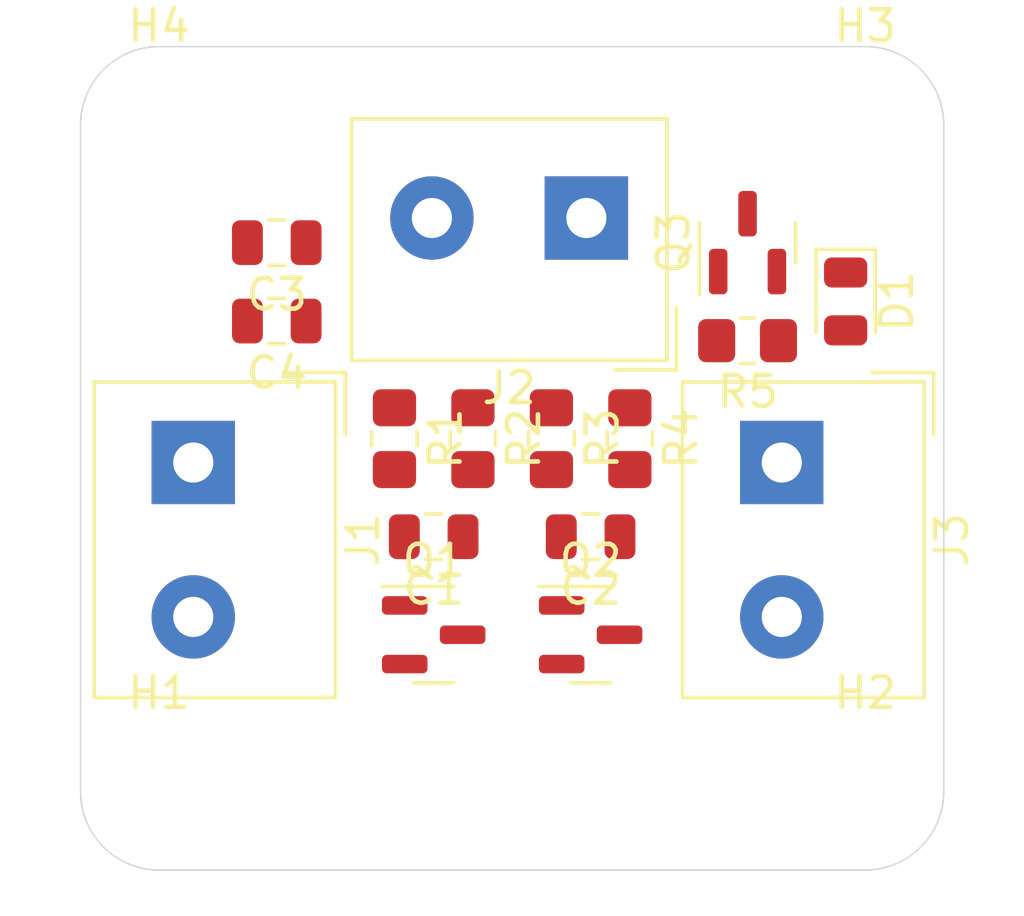
<source format=kicad_pcb>
(kicad_pcb (version 20211014) (generator pcbnew)
  (layers (0 "F.Cu" signal) (31 "B.Cu" signal) (34 "B.Paste" user) (35 "F.Paste" user) (36 "B.SilkS" user "B.Silkscreen") (37 "F.SilkS" user "F.Silkscreen") (38 "B.Mask" user) (39 "F.Mask" user) (44 "Edge.Cuts" user))
  (net 0 "")
  (net 1 "Net-(C1-Pad1)")
  (net 2 "/out1")
  (net 3 "Net-(C2-Pad2)")
  (net 4 "GND")
  (net 5 "/out2")
  (net 6 "Net-(C3-Pad1)")
  (net 7 "Net-(D1-Pad1)")
  (net 8 "Net-(D1-Pad2)")
  (footprint "MAS_Package_nostd:KLS2-301-5.00-02P-2S" (layer "F.Cu") (at 110.3275 100.4675 -90)
    (fp_text reference "J1" (at 2.5 -5.5 90) (layer "F.SilkS"))
    (fp_text value "KLS2-301-5.00-02P-2S")
    (fp_line (start 7.61 -4.61) (end 7.61 3.21) (layer "F.SilkS") (width 0.12))
    (fp_line (start -2.61 -4.61) (end 7.61 -4.61) (layer "F.SilkS") (width 0.12))
    (fp_line (start 7.61 3.21) (end -2.61 3.21) (layer "F.SilkS") (width 0.12))
    (fp_line (start -2.61 -4.61) (end -2.61 3.21) (layer "F.SilkS") (width 0.12))
    (fp_line (start -2.92 -4.92) (end -2.92 -2.92) (layer "F.SilkS") (width 0.12))
    (fp_line (start -2.92 -4.92) (end -0.92 -4.92) (layer "F.SilkS") (width 0.12))
    (pad "1" thru_hole rect locked (at 0 0 270) (size 2.7 2.7) (drill 1.3) (layers *.Cu *.Mask) (net 2 "/out1"))
    (pad "2" thru_hole circle locked (at 5 0 270) (size 2.7 2.7) (drill 1.3) (layers *.Cu *.Mask) (net 4 "GND"))
  )
  (footprint "Package_TO_SOT_SMD:SOT-23" (layer "F.Cu") (at 123.19 106.045)
    (fp_text reference "Q2" (at 0 -2.4) (layer "F.SilkS"))
    (fp_text value "BC817")
    (fp_line (start 0 1.56) (end 0.65 1.56) (layer "F.SilkS") (width 0.12))
    (fp_line (start 0 -1.56) (end -1.675 -1.56) (layer "F.SilkS") (width 0.12))
    (fp_line (start 0 1.56) (end -0.65 1.56) (layer "F.SilkS") (width 0.12))
    (fp_line (start 0 -1.56) (end 0.65 -1.56) (layer "F.SilkS") (width 0.12))
    (pad "1" smd roundrect (at -0.9375 -0.95) (size 1.475 0.6) (layers "F.Cu" "F.Paste" "F.Mask") (net 1 "Net-(C1-Pad1)"))
    (pad "2" smd roundrect (at -0.9375 0.95) (size 1.475 0.6) (layers "F.Cu" "F.Paste" "F.Mask") (net 4 "GND"))
    (pad "3" smd roundrect (at 0.9375 0) (size 1.475 0.6) (layers "F.Cu" "F.Paste" "F.Mask") (net 5 "/out2"))
  )
  (footprint "MountingHole:MountingHole_2.1mm" (layer "F.Cu") (at 109.22 89.535)
    (fp_text reference "H4" (at 0 -3.2) (layer "F.SilkS"))
    (fp_text value "MountingHole")
    (pad "" np_thru_hole circle (at 0 0) (size 2.1 2.1) (drill 2.1) (layers *.Cu *.Mask))
  )
  (footprint "Package_TO_SOT_SMD:SOT-23" (layer "F.Cu") (at 128.27 93.345 90)
    (fp_text reference "Q3" (at 0 -2.4 90) (layer "F.SilkS"))
    (fp_text value "2N7002")
    (fp_line (start 0 1.56) (end -0.65 1.56) (layer "F.SilkS") (width 0.12))
    (fp_line (start 0 -1.56) (end -1.675 -1.56) (layer "F.SilkS") (width 0.12))
    (fp_line (start 0 1.56) (end 0.65 1.56) (layer "F.SilkS") (width 0.12))
    (fp_line (start 0 -1.56) (end 0.65 -1.56) (layer "F.SilkS") (width 0.12))
    (pad "1" smd roundrect (at -0.9375 -0.95 90) (size 1.475 0.6) (layers "F.Cu" "F.Paste" "F.Mask") (net 5 "/out2"))
    (pad "2" smd roundrect (at -0.9375 0.95 90) (size 1.475 0.6) (layers "F.Cu" "F.Paste" "F.Mask") (net 4 "GND"))
    (pad "3" smd roundrect (at 0.9375 0 90) (size 1.475 0.6) (layers "F.Cu" "F.Paste" "F.Mask") (net 7 "Net-(D1-Pad1)"))
  )
  (footprint "Capacitor_SMD:C_0805_2012Metric" (layer "F.Cu") (at 113.03 95.885 180)
    (fp_text reference "C4" (at 0 -1.68) (layer "F.SilkS"))
    (fp_text value "100n")
    (fp_line (start -0.261252 0.735) (end 0.261252 0.735) (layer "F.SilkS") (width 0.12))
    (fp_line (start -0.261252 -0.735) (end 0.261252 -0.735) (layer "F.SilkS") (width 0.12))
    (pad "1" smd roundrect (at -0.95 0 180) (size 1 1.45) (layers "F.Cu" "F.Paste" "F.Mask") (net 6 "Net-(C3-Pad1)"))
    (pad "2" smd roundrect (at 0.95 0 180) (size 1 1.45) (layers "F.Cu" "F.Paste" "F.Mask") (net 4 "GND"))
  )
  (footprint "Capacitor_SMD:C_0805_2012Metric" (layer "F.Cu") (at 113.03 93.345 180)
    (fp_text reference "C3" (at 0 -1.68) (layer "F.SilkS"))
    (fp_text value "100n")
    (fp_line (start -0.261252 0.735) (end 0.261252 0.735) (layer "F.SilkS") (width 0.12))
    (fp_line (start -0.261252 -0.735) (end 0.261252 -0.735) (layer "F.SilkS") (width 0.12))
    (pad "1" smd roundrect (at -0.95 0 180) (size 1 1.45) (layers "F.Cu" "F.Paste" "F.Mask") (net 6 "Net-(C3-Pad1)"))
    (pad "2" smd roundrect (at 0.95 0 180) (size 1 1.45) (layers "F.Cu" "F.Paste" "F.Mask") (net 4 "GND"))
  )
  (footprint "Resistor_SMD:R_0805_2012Metric_Pad1.20x1.40mm_HandSolder" (layer "F.Cu") (at 119.38 99.695 -90)
    (fp_text reference "R2" (at 0 -1.65 90) (layer "F.SilkS"))
    (fp_text value "4.7k")
    (fp_line (start -0.227064 -0.735) (end 0.227064 -0.735) (layer "F.SilkS") (width 0.12))
    (fp_line (start -0.227064 0.735) (end 0.227064 0.735) (layer "F.SilkS") (width 0.12))
    (pad "1" smd roundrect (at -1 0 270) (size 1.2 1.4) (layers "F.Cu" "F.Paste" "F.Mask") (roundrect_rratio 0.208333) (net 6 "Net-(C3-Pad1)"))
    (pad "2" smd roundrect (at 1 0 270) (size 1.2 1.4) (layers "F.Cu" "F.Paste" "F.Mask") (roundrect_rratio 0.208333) (net 1 "Net-(C1-Pad1)"))
  )
  (footprint "MAS_Package_nostd:KLS2-301-5.00-02P-2S" (layer "F.Cu") (at 123.0525 92.5475 180)
    (fp_text reference "J2" (at 2.5 -5.5) (layer "F.SilkS"))
    (fp_text value "KLS2-301-5.00-02P-2S")
    (fp_line (start -2.92 -4.92) (end -2.92 -2.92) (layer "F.SilkS") (width 0.12))
    (fp_line (start -2.61 -4.61) (end 7.61 -4.61) (layer "F.SilkS") (width 0.12))
    (fp_line (start 7.61 3.21) (end -2.61 3.21) (layer "F.SilkS") (width 0.12))
    (fp_line (start 7.61 -4.61) (end 7.61 3.21) (layer "F.SilkS") (width 0.12))
    (fp_line (start -2.61 -4.61) (end -2.61 3.21) (layer "F.SilkS") (width 0.12))
    (fp_line (start -2.92 -4.92) (end -0.92 -4.92) (layer "F.SilkS") (width 0.12))
    (pad "1" thru_hole rect locked (at 0 0 180) (size 2.7 2.7) (drill 1.3) (layers *.Cu *.Mask) (net 6 "Net-(C3-Pad1)"))
    (pad "2" thru_hole circle locked (at 5 0 180) (size 2.7 2.7) (drill 1.3) (layers *.Cu *.Mask) (net 4 "GND"))
  )
  (footprint "Capacitor_SMD:C_0805_2012Metric" (layer "F.Cu") (at 123.19 102.87 180)
    (fp_text reference "C2" (at 0 -1.68) (layer "F.SilkS"))
    (fp_text value "100p")
    (fp_line (start -0.261252 -0.735) (end 0.261252 -0.735) (layer "F.SilkS") (width 0.12))
    (fp_line (start -0.261252 0.735) (end 0.261252 0.735) (layer "F.SilkS") (width 0.12))
    (pad "1" smd roundrect (at -0.95 0 180) (size 1 1.45) (layers "F.Cu" "F.Paste" "F.Mask") (net 5 "/out2"))
    (pad "2" smd roundrect (at 0.95 0 180) (size 1 1.45) (layers "F.Cu" "F.Paste" "F.Mask") (net 3 "Net-(C2-Pad2)"))
  )
  (footprint "Package_TO_SOT_SMD:SOT-23" (layer "F.Cu") (at 118.11 106.045)
    (fp_text reference "Q1" (at 0 -2.4) (layer "F.SilkS"))
    (fp_text value "BC817")
    (fp_line (start 0 1.56) (end -0.65 1.56) (layer "F.SilkS") (width 0.12))
    (fp_line (start 0 -1.56) (end 0.65 -1.56) (layer "F.SilkS") (width 0.12))
    (fp_line (start 0 1.56) (end 0.65 1.56) (layer "F.SilkS") (width 0.12))
    (fp_line (start 0 -1.56) (end -1.675 -1.56) (layer "F.SilkS") (width 0.12))
    (pad "1" smd roundrect (at -0.9375 -0.95) (size 1.475 0.6) (layers "F.Cu" "F.Paste" "F.Mask") (net 3 "Net-(C2-Pad2)"))
    (pad "2" smd roundrect (at -0.9375 0.95) (size 1.475 0.6) (layers "F.Cu" "F.Paste" "F.Mask") (net 4 "GND"))
    (pad "3" smd roundrect (at 0.9375 0) (size 1.475 0.6) (layers "F.Cu" "F.Paste" "F.Mask") (net 2 "/out1"))
  )
  (footprint "Capacitor_SMD:C_0805_2012Metric" (layer "F.Cu") (at 118.11 102.87 180)
    (fp_text reference "C1" (at 0 -1.68) (layer "F.SilkS"))
    (fp_text value "100p")
    (fp_line (start -0.261252 -0.735) (end 0.261252 -0.735) (layer "F.SilkS") (width 0.12))
    (fp_line (start -0.261252 0.735) (end 0.261252 0.735) (layer "F.SilkS") (width 0.12))
    (pad "1" smd roundrect (at -0.95 0 180) (size 1 1.45) (layers "F.Cu" "F.Paste" "F.Mask") (net 1 "Net-(C1-Pad1)"))
    (pad "2" smd roundrect (at 0.95 0 180) (size 1 1.45) (layers "F.Cu" "F.Paste" "F.Mask") (net 2 "/out1"))
  )
  (footprint "Resistor_SMD:R_0805_2012Metric_Pad1.20x1.40mm_HandSolder" (layer "F.Cu") (at 128.27 96.52 180)
    (fp_text reference "R5" (at 0 -1.65) (layer "F.SilkS"))
    (fp_text value "4.7k")
    (fp_line (start -0.227064 0.735) (end 0.227064 0.735) (layer "F.SilkS") (width 0.12))
    (fp_line (start -0.227064 -0.735) (end 0.227064 -0.735) (layer "F.SilkS") (width 0.12))
    (pad "1" smd roundrect (at -1 0 180) (size 1.2 1.4) (layers "F.Cu" "F.Paste" "F.Mask") (roundrect_rratio 0.208333) (net 8 "Net-(D1-Pad2)"))
    (pad "2" smd roundrect (at 1 0 180) (size 1.2 1.4) (layers "F.Cu" "F.Paste" "F.Mask") (roundrect_rratio 0.208333) (net 6 "Net-(C3-Pad1)"))
  )
  (footprint "MountingHole:MountingHole_2.1mm" (layer "F.Cu") (at 109.22 111.125)
    (fp_text reference "H1" (at 0 -3.2) (layer "F.SilkS"))
    (fp_text value "MountingHole")
    (pad "" np_thru_hole circle (at 0 0) (size 2.1 2.1) (drill 2.1) (layers *.Cu *.Mask))
  )
  (footprint "MountingHole:MountingHole_2.1mm" (layer "F.Cu") (at 132.08 89.535)
    (fp_text reference "H3" (at 0 -3.2) (layer "F.SilkS"))
    (fp_text value "MountingHole")
    (pad "" np_thru_hole circle (at 0 0) (size 2.1 2.1) (drill 2.1) (layers *.Cu *.Mask))
  )
  (footprint "MAS_Package_nostd:KLS2-301-5.00-02P-2S" (layer "F.Cu") (at 129.3775 100.4675 -90)
    (fp_text reference "J3" (at 2.5 -5.5 90) (layer "F.SilkS"))
    (fp_text value "KLS2-301-5.00-02P-2S")
    (fp_line (start -2.92 -4.92) (end -2.92 -2.92) (layer "F.SilkS") (width 0.12))
    (fp_line (start -2.61 -4.61) (end -2.61 3.21) (layer "F.SilkS") (width 0.12))
    (fp_line (start -2.61 -4.61) (end 7.61 -4.61) (layer "F.SilkS") (width 0.12))
    (fp_line (start 7.61 3.21) (end -2.61 3.21) (layer "F.SilkS") (width 0.12))
    (fp_line (start -2.92 -4.92) (end -0.92 -4.92) (layer "F.SilkS") (width 0.12))
    (fp_line (start 7.61 -4.61) (end 7.61 3.21) (layer "F.SilkS") (width 0.12))
    (pad "1" thru_hole rect locked (at 0 0 270) (size 2.7 2.7) (drill 1.3) (layers *.Cu *.Mask) (net 5 "/out2"))
    (pad "2" thru_hole circle locked (at 5 0 270) (size 2.7 2.7) (drill 1.3) (layers *.Cu *.Mask) (net 4 "GND"))
  )
  (footprint "LED_SMD:LED_0805_2012Metric" (layer "F.Cu") (at 131.445 95.25 -90)
    (fp_text reference "D1" (at 0 -1.65 90) (layer "F.SilkS"))
    (fp_text value "LED_Green")
    (fp_line (start -1.685 -0.96) (end -1.685 0.96) (layer "F.SilkS") (width 0.12))
    (fp_line (start -1.685 0.96) (end 1 0.96) (layer "F.SilkS") (width 0.12))
    (fp_line (start 1 -0.96) (end -1.685 -0.96) (layer "F.SilkS") (width 0.12))
    (pad "1" smd roundrect (at -0.9375 0 270) (size 0.975 1.4) (layers "F.Cu" "F.Paste" "F.Mask") (net 7 "Net-(D1-Pad1)"))
    (pad "2" smd roundrect (at 0.9375 0 270) (size 0.975 1.4) (layers "F.Cu" "F.Paste" "F.Mask") (net 8 "Net-(D1-Pad2)"))
  )
  (footprint "Resistor_SMD:R_0805_2012Metric_Pad1.20x1.40mm_HandSolder" (layer "F.Cu") (at 116.84 99.695 -90)
    (fp_text reference "R1" (at 0 -1.65 90) (layer "F.SilkS"))
    (fp_text value "22k")
    (fp_line (start -0.227064 0.735) (end 0.227064 0.735) (layer "F.SilkS") (width 0.12))
    (fp_line (start -0.227064 -0.735) (end 0.227064 -0.735) (layer "F.SilkS") (width 0.12))
    (pad "1" smd roundrect (at -1 0 270) (size 1.2 1.4) (layers "F.Cu" "F.Paste" "F.Mask") (roundrect_rratio 0.208333) (net 6 "Net-(C3-Pad1)"))
    (pad "2" smd roundrect (at 1 0 270) (size 1.2 1.4) (layers "F.Cu" "F.Paste" "F.Mask") (roundrect_rratio 0.208333) (net 2 "/out1"))
  )
  (footprint "Resistor_SMD:R_0805_2012Metric_Pad1.20x1.40mm_HandSolder" (layer "F.Cu") (at 124.46 99.695 -90)
    (fp_text reference "R4" (at 0 -1.65 90) (layer "F.SilkS"))
    (fp_text value "22k")
    (fp_line (start -0.227064 0.735) (end 0.227064 0.735) (layer "F.SilkS") (width 0.12))
    (fp_line (start -0.227064 -0.735) (end 0.227064 -0.735) (layer "F.SilkS") (width 0.12))
    (pad "1" smd roundrect (at -1 0 270) (size 1.2 1.4) (layers "F.Cu" "F.Paste" "F.Mask") (roundrect_rratio 0.208333) (net 6 "Net-(C3-Pad1)"))
    (pad "2" smd roundrect (at 1 0 270) (size 1.2 1.4) (layers "F.Cu" "F.Paste" "F.Mask") (roundrect_rratio 0.208333) (net 5 "/out2"))
  )
  (footprint "Resistor_SMD:R_0805_2012Metric_Pad1.20x1.40mm_HandSolder" (layer "F.Cu") (at 121.92 99.695 -90)
    (fp_text reference "R3" (at 0 -1.65 90) (layer "F.SilkS"))
    (fp_text value "4.7k")
    (fp_line (start -0.227064 0.735) (end 0.227064 0.735) (layer "F.SilkS") (width 0.12))
    (fp_line (start -0.227064 -0.735) (end 0.227064 -0.735) (layer "F.SilkS") (width 0.12))
    (pad "1" smd roundrect (at -1 0 270) (size 1.2 1.4) (layers "F.Cu" "F.Paste" "F.Mask") (roundrect_rratio 0.208333) (net 6 "Net-(C3-Pad1)"))
    (pad "2" smd roundrect (at 1 0 270) (size 1.2 1.4) (layers "F.Cu" "F.Paste" "F.Mask") (roundrect_rratio 0.208333) (net 3 "Net-(C2-Pad2)"))
  )
  (footprint "MountingHole:MountingHole_2.1mm" (layer "F.Cu") (at 132.08 111.125)
    (fp_text reference "H2" (at 0 -3.2) (layer "F.SilkS"))
    (fp_text value "MountingHole")
    (pad "" np_thru_hole circle (at 0 0) (size 2.1 2.1) (drill 2.1) (layers *.Cu *.Mask))
  )
  (gr_arc (start 106.68 89.535) (mid 107.423949 87.738949) (end 109.22 86.995) (layer "Edge.Cuts") (width 0.05))
  (gr_arc (start 134.62 111.125) (mid 133.876051 112.921051) (end 132.08 113.665) (layer "Edge.Cuts") (width 0.05))
  (gr_line (start 109.22 86.995) (end 132.08 86.995) (layer "Edge.Cuts") (width 0.05))
  (gr_line (start 106.68 111.125) (end 106.68 89.535) (layer "Edge.Cuts") (width 0.05))
  (gr_arc (start 132.08 86.995) (mid 133.876051 87.738949) (end 134.62 89.535) (layer "Edge.Cuts") (width 0.05))
  (gr_line (start 132.08 113.665) (end 109.22 113.665) (layer "Edge.Cuts") (width 0.05))
  (gr_arc (start 109.22 113.665) (mid 107.423949 112.921051) (end 106.68 111.125) (layer "Edge.Cuts") (width 0.05))
  (gr_line (start 134.62 89.535) (end 134.62 111.125) (layer "Edge.Cuts") (width 0.05))
)
</source>
